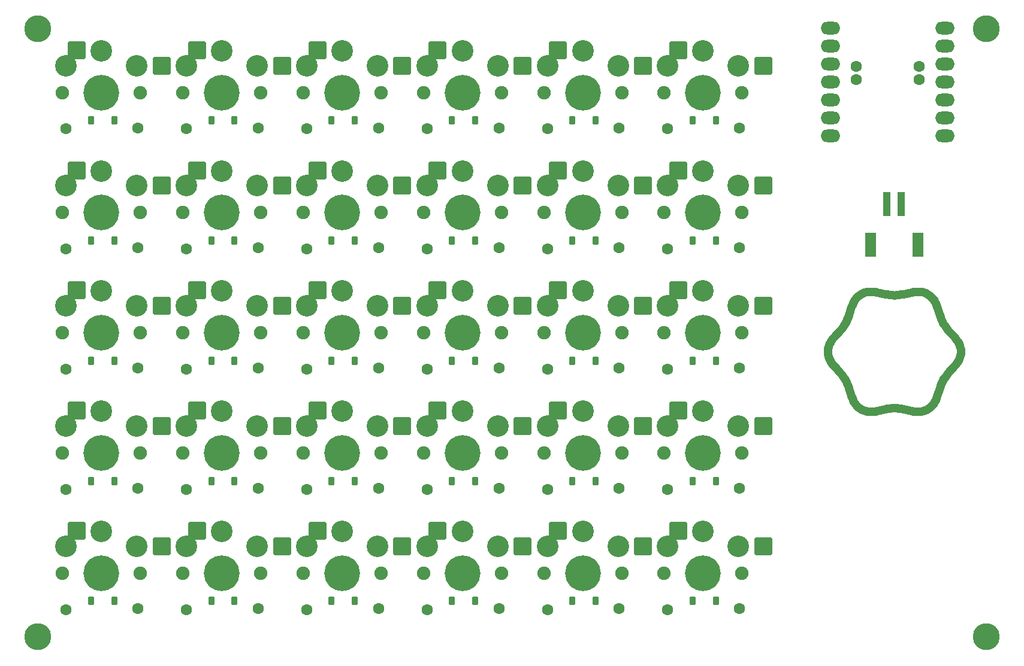
<source format=gbr>
%TF.GenerationSoftware,KiCad,Pcbnew,9.0.7*%
%TF.CreationDate,2026-01-23T21:58:35-06:00*%
%TF.ProjectId,LillyKey,4c696c6c-794b-4657-992e-6b696361645f,rev?*%
%TF.SameCoordinates,Original*%
%TF.FileFunction,Soldermask,Bot*%
%TF.FilePolarity,Negative*%
%FSLAX46Y46*%
G04 Gerber Fmt 4.6, Leading zero omitted, Abs format (unit mm)*
G04 Created by KiCad (PCBNEW 9.0.7) date 2026-01-23 21:58:35*
%MOMM*%
%LPD*%
G01*
G04 APERTURE LIST*
G04 Aperture macros list*
%AMRoundRect*
0 Rectangle with rounded corners*
0 $1 Rounding radius*
0 $2 $3 $4 $5 $6 $7 $8 $9 X,Y pos of 4 corners*
0 Add a 4 corners polygon primitive as box body*
4,1,4,$2,$3,$4,$5,$6,$7,$8,$9,$2,$3,0*
0 Add four circle primitives for the rounded corners*
1,1,$1+$1,$2,$3*
1,1,$1+$1,$4,$5*
1,1,$1+$1,$6,$7*
1,1,$1+$1,$8,$9*
0 Add four rect primitives between the rounded corners*
20,1,$1+$1,$2,$3,$4,$5,0*
20,1,$1+$1,$4,$5,$6,$7,0*
20,1,$1+$1,$6,$7,$8,$9,0*
20,1,$1+$1,$8,$9,$2,$3,0*%
G04 Aperture macros list end*
%ADD10C,1.212309*%
%ADD11C,3.800000*%
%ADD12C,1.600000*%
%ADD13O,2.750000X1.800000*%
%ADD14C,1.900000*%
%ADD15C,3.050000*%
%ADD16C,5.050000*%
%ADD17RoundRect,0.250000X-1.025000X-1.000000X1.025000X-1.000000X1.025000X1.000000X-1.025000X1.000000X0*%
%ADD18R,1.498600X3.403600*%
%ADD19R,0.990600X3.505200*%
%ADD20RoundRect,0.225000X-0.225000X-0.375000X0.225000X-0.375000X0.225000X0.375000X-0.225000X0.375000X0*%
G04 APERTURE END LIST*
D10*
X149471059Y-62189882D02*
X149611398Y-62196720D01*
X149751737Y-62210453D01*
X149892160Y-62231620D01*
X150032755Y-62260760D01*
X150173608Y-62298412D01*
X150314805Y-62345115D01*
X150456432Y-62401408D01*
X150598576Y-62467831D01*
X150741322Y-62544923D01*
X150879459Y-62629999D01*
X151008054Y-62719888D01*
X151127619Y-62814393D01*
X151238664Y-62913322D01*
X151341698Y-63016478D01*
X151437231Y-63123667D01*
X151525774Y-63234693D01*
X151607836Y-63349363D01*
X151754561Y-63588853D01*
X151881485Y-63840578D01*
X151992688Y-64102979D01*
X152092252Y-64374498D01*
X152455726Y-65520576D01*
X152558301Y-65814303D01*
X152673720Y-66107796D01*
X152806064Y-66399496D01*
X152959412Y-66687845D01*
X153044047Y-66828571D01*
X153132456Y-66964823D01*
X153318904Y-67225286D01*
X153515367Y-67471988D01*
X153718455Y-67707685D01*
X154529251Y-68595501D01*
X154714611Y-68817485D01*
X154886255Y-69044991D01*
X154965874Y-69161675D01*
X155040793Y-69280773D01*
X155110588Y-69402628D01*
X155174835Y-69527585D01*
X155233111Y-69655988D01*
X155284992Y-69788182D01*
X155330053Y-69924511D01*
X155367872Y-70065319D01*
X155398024Y-70210950D01*
X155420086Y-70361749D01*
X155433634Y-70518061D01*
X155438245Y-70680229D01*
X155433634Y-70842397D01*
X155420086Y-70998709D01*
X155398024Y-71149508D01*
X155367872Y-71295139D01*
X155330053Y-71435947D01*
X155284992Y-71572276D01*
X155233111Y-71704470D01*
X155174835Y-71832873D01*
X155110588Y-71957830D01*
X155040793Y-72079685D01*
X154965874Y-72198783D01*
X154886255Y-72315467D01*
X154714611Y-72542973D01*
X154529251Y-72764957D01*
X153718455Y-73652773D01*
X153515367Y-73888470D01*
X153318904Y-74135172D01*
X153132456Y-74395635D01*
X153044047Y-74531887D01*
X152959412Y-74672613D01*
X152879857Y-74816271D01*
X152806064Y-74960962D01*
X152673720Y-75252662D01*
X152558301Y-75546155D01*
X152455726Y-75839882D01*
X152092252Y-76985960D01*
X151992688Y-77257479D01*
X151881485Y-77519880D01*
X151820243Y-77647174D01*
X151754561Y-77771605D01*
X151683929Y-77892977D01*
X151607836Y-78011095D01*
X151525774Y-78125765D01*
X151437231Y-78236792D01*
X151341698Y-78343981D01*
X151238664Y-78447137D01*
X151127619Y-78546065D01*
X151008054Y-78640571D01*
X150879459Y-78730460D01*
X150741322Y-78815536D01*
X150598576Y-78892628D01*
X150456432Y-78959051D01*
X150314805Y-79015344D01*
X150173608Y-79062047D01*
X150032755Y-79099699D01*
X149892160Y-79128839D01*
X149751737Y-79150006D01*
X149611398Y-79163740D01*
X149471059Y-79170578D01*
X149330632Y-79171062D01*
X149049169Y-79155118D01*
X148766321Y-79120223D01*
X148481397Y-79070689D01*
X147307128Y-78812427D01*
X147001466Y-78754396D01*
X146689584Y-78707605D01*
X146370793Y-78676368D01*
X146044402Y-78664997D01*
X145718010Y-78676368D01*
X145399218Y-78707605D01*
X145087336Y-78754396D01*
X144781673Y-78812427D01*
X143607404Y-79070688D01*
X143322480Y-79120222D01*
X143039632Y-79155118D01*
X142758170Y-79171061D01*
X142617743Y-79170578D01*
X142477403Y-79163739D01*
X142337065Y-79150006D01*
X142196641Y-79128839D01*
X142056046Y-79099699D01*
X141915194Y-79062047D01*
X141773997Y-79015344D01*
X141632370Y-78959051D01*
X141490226Y-78892628D01*
X141347480Y-78815536D01*
X141209343Y-78730460D01*
X141080747Y-78640571D01*
X140961182Y-78546065D01*
X140850138Y-78447137D01*
X140747104Y-78343981D01*
X140651571Y-78236792D01*
X140563028Y-78125765D01*
X140480965Y-78011095D01*
X140334241Y-77771605D01*
X140207317Y-77519880D01*
X140096113Y-77257479D01*
X139996549Y-76985961D01*
X139633075Y-75839883D01*
X139530500Y-75546155D01*
X139415081Y-75252662D01*
X139282738Y-74960962D01*
X139129390Y-74672613D01*
X139044755Y-74531887D01*
X138956346Y-74395635D01*
X138769898Y-74135172D01*
X138573435Y-73888470D01*
X138370348Y-73652773D01*
X137559552Y-72764957D01*
X137374192Y-72542973D01*
X137202548Y-72315467D01*
X137122928Y-72198783D01*
X137048009Y-72079685D01*
X136978214Y-71957830D01*
X136913967Y-71832873D01*
X136855691Y-71704470D01*
X136803810Y-71572276D01*
X136758749Y-71435947D01*
X136720930Y-71295139D01*
X136690777Y-71149508D01*
X136668715Y-70998709D01*
X136655167Y-70842397D01*
X136650557Y-70680229D01*
X136655167Y-70518061D01*
X136668715Y-70361749D01*
X136690777Y-70210950D01*
X136720930Y-70065319D01*
X136758749Y-69924511D01*
X136803810Y-69788182D01*
X136855691Y-69655988D01*
X136913967Y-69527585D01*
X136978214Y-69402628D01*
X137048009Y-69280773D01*
X137122928Y-69161675D01*
X137202548Y-69044991D01*
X137374192Y-68817485D01*
X137559552Y-68595501D01*
X138370348Y-67707685D01*
X138573435Y-67471988D01*
X138769898Y-67225286D01*
X138956346Y-66964823D01*
X139044755Y-66828571D01*
X139129390Y-66687845D01*
X139208944Y-66544187D01*
X139282738Y-66399496D01*
X139415082Y-66107796D01*
X139530501Y-65814303D01*
X139633076Y-65520576D01*
X139996549Y-64374499D01*
X140096114Y-64102980D01*
X140207317Y-63840579D01*
X140268559Y-63713284D01*
X140334241Y-63588854D01*
X140404873Y-63467482D01*
X140480965Y-63349364D01*
X140563028Y-63234694D01*
X140651571Y-63123667D01*
X140747104Y-63016478D01*
X140850138Y-62913322D01*
X140961182Y-62814394D01*
X141080747Y-62719888D01*
X141209343Y-62629999D01*
X141347480Y-62544923D01*
X141490226Y-62467831D01*
X141632370Y-62401408D01*
X141773997Y-62345115D01*
X141915194Y-62298412D01*
X142056046Y-62260760D01*
X142196641Y-62231620D01*
X142337065Y-62210453D01*
X142477403Y-62196720D01*
X142617743Y-62189882D01*
X142758170Y-62189398D01*
X143039632Y-62205342D01*
X143322480Y-62240237D01*
X143607404Y-62289771D01*
X144781673Y-62548033D01*
X145087336Y-62606064D01*
X145399218Y-62652855D01*
X145718010Y-62684092D01*
X146044402Y-62695463D01*
X146370793Y-62684092D01*
X146689584Y-62652855D01*
X147001466Y-62606064D01*
X147307128Y-62548033D01*
X148481397Y-62289771D01*
X148766321Y-62240237D01*
X149049169Y-62205342D01*
X149330632Y-62189398D01*
X149471059Y-62189882D01*
D11*
%TO.C,REF\u002A\u002A*%
X159000000Y-111000000D03*
%TD*%
D12*
%TO.C,U2*%
X140665000Y-30278000D03*
X149555000Y-30278000D03*
X140665000Y-32183000D03*
X149555000Y-32183000D03*
D13*
X137015040Y-24880000D03*
X137015040Y-27420000D03*
X137015040Y-29960000D03*
X137015040Y-32500000D03*
X137015040Y-35040000D03*
X137015040Y-37580000D03*
X137015040Y-40120000D03*
X153204960Y-40120000D03*
X153204960Y-37580000D03*
X153204960Y-35040000D03*
X153204960Y-32500000D03*
X153204960Y-29960000D03*
X153204960Y-27420000D03*
X153204960Y-24880000D03*
%TD*%
D14*
%TO.C,SW1*%
X28500000Y-34000000D03*
D15*
X29000000Y-30200000D03*
D12*
X29000000Y-39150000D03*
D15*
X34000000Y-28100000D03*
D16*
X34000000Y-34000000D03*
D15*
X39000000Y-30200000D03*
D12*
X39150000Y-39000000D03*
D14*
X39500000Y-34000000D03*
D17*
X30500000Y-28000000D03*
X42500000Y-30200000D03*
%TD*%
D11*
%TO.C,REF\u002A\u002A*%
X159000000Y-25000000D03*
%TD*%
%TO.C,REF\u002A\u002A*%
X25000000Y-25000000D03*
%TD*%
%TO.C,REF\u002A\u002A*%
X25000000Y-111000000D03*
%TD*%
D18*
%TO.C,J1*%
X142649999Y-55560000D03*
X149350001Y-55560000D03*
D19*
X144999999Y-49809999D03*
X147000001Y-49809999D03*
%TD*%
D20*
%TO.C,D27*%
X69800000Y-105950000D03*
X66500000Y-105950000D03*
%TD*%
%TO.C,D18*%
X120800000Y-71950000D03*
X117500000Y-71950000D03*
%TD*%
%TO.C,D7*%
X35800000Y-54950000D03*
X32500000Y-54950000D03*
%TD*%
%TO.C,D9*%
X69800000Y-54950000D03*
X66500000Y-54950000D03*
%TD*%
%TO.C,D10*%
X86800000Y-54950000D03*
X83500000Y-54950000D03*
%TD*%
%TO.C,D15*%
X69800000Y-71950000D03*
X66500000Y-71950000D03*
%TD*%
%TO.C,D22*%
X86800000Y-88950000D03*
X83500000Y-88950000D03*
%TD*%
%TO.C,D14*%
X52800000Y-71950000D03*
X49500000Y-71950000D03*
%TD*%
%TO.C,D16*%
X86800000Y-71950000D03*
X83500000Y-71950000D03*
%TD*%
%TO.C,D5*%
X103800000Y-37950000D03*
X100500000Y-37950000D03*
%TD*%
%TO.C,D13*%
X35800000Y-71950000D03*
X32500000Y-71950000D03*
%TD*%
%TO.C,D8*%
X52800000Y-54950000D03*
X49500000Y-54950000D03*
%TD*%
%TO.C,D29*%
X103800000Y-105950000D03*
X100500000Y-105950000D03*
%TD*%
%TO.C,D2*%
X52800000Y-37950000D03*
X49500000Y-37950000D03*
%TD*%
%TO.C,D4*%
X86800000Y-37950000D03*
X83500000Y-37950000D03*
%TD*%
%TO.C,D26*%
X52800000Y-105950000D03*
X49500000Y-105950000D03*
%TD*%
%TO.C,D3*%
X69800000Y-37950000D03*
X66500000Y-37950000D03*
%TD*%
%TO.C,D28*%
X86800000Y-105950000D03*
X83500000Y-105950000D03*
%TD*%
%TO.C,D6*%
X120800000Y-37950000D03*
X117500000Y-37950000D03*
%TD*%
%TO.C,D23*%
X103800000Y-88950000D03*
X100500000Y-88950000D03*
%TD*%
%TO.C,D12*%
X120800000Y-54950000D03*
X117500000Y-54950000D03*
%TD*%
%TO.C,D24*%
X120800000Y-88950000D03*
X117500000Y-88950000D03*
%TD*%
%TO.C,D30*%
X120800000Y-105950000D03*
X117500000Y-105950000D03*
%TD*%
%TO.C,D20*%
X52800000Y-88950000D03*
X49500000Y-88950000D03*
%TD*%
%TO.C,D11*%
X103800000Y-54950000D03*
X100500000Y-54950000D03*
%TD*%
%TO.C,D1*%
X35800000Y-37950000D03*
X32500000Y-37950000D03*
%TD*%
%TO.C,D17*%
X103800000Y-71950000D03*
X100500000Y-71950000D03*
%TD*%
%TO.C,D19*%
X35800000Y-88950000D03*
X32500000Y-88950000D03*
%TD*%
%TO.C,D21*%
X69800000Y-88950000D03*
X66500000Y-88950000D03*
%TD*%
%TO.C,D25*%
X35800000Y-105950000D03*
X32500000Y-105950000D03*
%TD*%
D14*
%TO.C,SW7*%
X28500000Y-51000000D03*
D15*
X29000000Y-47200000D03*
D12*
X29000000Y-56150000D03*
D15*
X34000000Y-45100000D03*
D16*
X34000000Y-51000000D03*
D15*
X39000000Y-47200000D03*
D12*
X39150000Y-56000000D03*
D14*
X39500000Y-51000000D03*
D17*
X30500000Y-45000000D03*
X42500000Y-47200000D03*
%TD*%
D14*
%TO.C,SW6*%
X113500000Y-34000000D03*
D15*
X114000000Y-30200000D03*
D12*
X114000000Y-39150000D03*
D15*
X119000000Y-28100000D03*
D16*
X119000000Y-34000000D03*
D15*
X124000000Y-30200000D03*
D12*
X124150000Y-39000000D03*
D14*
X124500000Y-34000000D03*
D17*
X115500000Y-28000000D03*
X127500000Y-30200000D03*
%TD*%
D14*
%TO.C,SW19*%
X28500000Y-85000000D03*
D15*
X29000000Y-81200000D03*
D12*
X29000000Y-90150000D03*
D15*
X34000000Y-79100000D03*
D16*
X34000000Y-85000000D03*
D15*
X39000000Y-81200000D03*
D12*
X39150000Y-90000000D03*
D14*
X39500000Y-85000000D03*
D17*
X30500000Y-79000000D03*
X42500000Y-81200000D03*
%TD*%
D14*
%TO.C,SW10*%
X79500000Y-51000000D03*
D15*
X80000000Y-47200000D03*
D12*
X80000000Y-56150000D03*
D15*
X85000000Y-45100000D03*
D16*
X85000000Y-51000000D03*
D15*
X90000000Y-47200000D03*
D12*
X90150000Y-56000000D03*
D14*
X90500000Y-51000000D03*
D17*
X81500000Y-45000000D03*
X93500000Y-47200000D03*
%TD*%
D14*
%TO.C,SW25*%
X28500000Y-102000000D03*
D15*
X29000000Y-98200000D03*
D12*
X29000000Y-107150000D03*
D15*
X34000000Y-96100000D03*
D16*
X34000000Y-102000000D03*
D15*
X39000000Y-98200000D03*
D12*
X39150000Y-107000000D03*
D14*
X39500000Y-102000000D03*
D17*
X30500000Y-96000000D03*
X42500000Y-98200000D03*
%TD*%
D14*
%TO.C,SW16*%
X79500000Y-68000000D03*
D15*
X80000000Y-64200000D03*
D12*
X80000000Y-73150000D03*
D15*
X85000000Y-62100000D03*
D16*
X85000000Y-68000000D03*
D15*
X90000000Y-64200000D03*
D12*
X90150000Y-73000000D03*
D14*
X90500000Y-68000000D03*
D17*
X81500000Y-62000000D03*
X93500000Y-64200000D03*
%TD*%
D14*
%TO.C,SW18*%
X113500000Y-68000000D03*
D15*
X114000000Y-64200000D03*
D12*
X114000000Y-73150000D03*
D15*
X119000000Y-62100000D03*
D16*
X119000000Y-68000000D03*
D15*
X124000000Y-64200000D03*
D12*
X124150000Y-73000000D03*
D14*
X124500000Y-68000000D03*
D17*
X115500000Y-62000000D03*
X127500000Y-64200000D03*
%TD*%
D14*
%TO.C,SW27*%
X62500000Y-102000000D03*
D15*
X63000000Y-98200000D03*
D12*
X63000000Y-107150000D03*
D15*
X68000000Y-96100000D03*
D16*
X68000000Y-102000000D03*
D15*
X73000000Y-98200000D03*
D12*
X73150000Y-107000000D03*
D14*
X73500000Y-102000000D03*
D17*
X64500000Y-96000000D03*
X76500000Y-98200000D03*
%TD*%
D14*
%TO.C,SW2*%
X45500000Y-34000000D03*
D15*
X46000000Y-30200000D03*
D12*
X46000000Y-39150000D03*
D15*
X51000000Y-28100000D03*
D16*
X51000000Y-34000000D03*
D15*
X56000000Y-30200000D03*
D12*
X56150000Y-39000000D03*
D14*
X56500000Y-34000000D03*
D17*
X47500000Y-28000000D03*
X59500000Y-30200000D03*
%TD*%
D14*
%TO.C,SW24*%
X113500000Y-85000000D03*
D15*
X114000000Y-81200000D03*
D12*
X114000000Y-90150000D03*
D15*
X119000000Y-79100000D03*
D16*
X119000000Y-85000000D03*
D15*
X124000000Y-81200000D03*
D12*
X124150000Y-90000000D03*
D14*
X124500000Y-85000000D03*
D17*
X115500000Y-79000000D03*
X127500000Y-81200000D03*
%TD*%
D14*
%TO.C,SW29*%
X96500000Y-102000000D03*
D15*
X97000000Y-98200000D03*
D12*
X97000000Y-107150000D03*
D15*
X102000000Y-96100000D03*
D16*
X102000000Y-102000000D03*
D15*
X107000000Y-98200000D03*
D12*
X107150000Y-107000000D03*
D14*
X107500000Y-102000000D03*
D17*
X98500000Y-96000000D03*
X110500000Y-98200000D03*
%TD*%
D14*
%TO.C,SW5*%
X96500000Y-34000000D03*
D15*
X97000000Y-30200000D03*
D12*
X97000000Y-39150000D03*
D15*
X102000000Y-28100000D03*
D16*
X102000000Y-34000000D03*
D15*
X107000000Y-30200000D03*
D12*
X107150000Y-39000000D03*
D14*
X107500000Y-34000000D03*
D17*
X98500000Y-28000000D03*
X110500000Y-30200000D03*
%TD*%
D14*
%TO.C,SW8*%
X45500000Y-51000000D03*
D15*
X46000000Y-47200000D03*
D12*
X46000000Y-56150000D03*
D15*
X51000000Y-45100000D03*
D16*
X51000000Y-51000000D03*
D15*
X56000000Y-47200000D03*
D12*
X56150000Y-56000000D03*
D14*
X56500000Y-51000000D03*
D17*
X47500000Y-45000000D03*
X59500000Y-47200000D03*
%TD*%
D14*
%TO.C,SW23*%
X96500000Y-85000000D03*
D15*
X97000000Y-81200000D03*
D12*
X97000000Y-90150000D03*
D15*
X102000000Y-79100000D03*
D16*
X102000000Y-85000000D03*
D15*
X107000000Y-81200000D03*
D12*
X107150000Y-90000000D03*
D14*
X107500000Y-85000000D03*
D17*
X98500000Y-79000000D03*
X110500000Y-81200000D03*
%TD*%
D14*
%TO.C,SW13*%
X28500000Y-68000000D03*
D15*
X29000000Y-64200000D03*
D12*
X29000000Y-73150000D03*
D15*
X34000000Y-62100000D03*
D16*
X34000000Y-68000000D03*
D15*
X39000000Y-64200000D03*
D12*
X39150000Y-73000000D03*
D14*
X39500000Y-68000000D03*
D17*
X30500000Y-62000000D03*
X42500000Y-64200000D03*
%TD*%
D14*
%TO.C,SW9*%
X62500000Y-51000000D03*
D15*
X63000000Y-47200000D03*
D12*
X63000000Y-56150000D03*
D15*
X68000000Y-45100000D03*
D16*
X68000000Y-51000000D03*
D15*
X73000000Y-47200000D03*
D12*
X73150000Y-56000000D03*
D14*
X73500000Y-51000000D03*
D17*
X64500000Y-45000000D03*
X76500000Y-47200000D03*
%TD*%
D14*
%TO.C,SW21*%
X62500000Y-85000000D03*
D15*
X63000000Y-81200000D03*
D12*
X63000000Y-90150000D03*
D15*
X68000000Y-79100000D03*
D16*
X68000000Y-85000000D03*
D15*
X73000000Y-81200000D03*
D12*
X73150000Y-90000000D03*
D14*
X73500000Y-85000000D03*
D17*
X64500000Y-79000000D03*
X76500000Y-81200000D03*
%TD*%
D14*
%TO.C,SW30*%
X113500000Y-102000000D03*
D15*
X114000000Y-98200000D03*
D12*
X114000000Y-107150000D03*
D15*
X119000000Y-96100000D03*
D16*
X119000000Y-102000000D03*
D15*
X124000000Y-98200000D03*
D12*
X124150000Y-107000000D03*
D14*
X124500000Y-102000000D03*
D17*
X115500000Y-96000000D03*
X127500000Y-98200000D03*
%TD*%
D14*
%TO.C,SW3*%
X62500000Y-34000000D03*
D15*
X63000000Y-30200000D03*
D12*
X63000000Y-39150000D03*
D15*
X68000000Y-28100000D03*
D16*
X68000000Y-34000000D03*
D15*
X73000000Y-30200000D03*
D12*
X73150000Y-39000000D03*
D14*
X73500000Y-34000000D03*
D17*
X64500000Y-28000000D03*
X76500000Y-30200000D03*
%TD*%
D14*
%TO.C,SW4*%
X79500000Y-34000000D03*
D15*
X80000000Y-30200000D03*
D12*
X80000000Y-39150000D03*
D15*
X85000000Y-28100000D03*
D16*
X85000000Y-34000000D03*
D15*
X90000000Y-30200000D03*
D12*
X90150000Y-39000000D03*
D14*
X90500000Y-34000000D03*
D17*
X81500000Y-28000000D03*
X93500000Y-30200000D03*
%TD*%
D14*
%TO.C,SW22*%
X79500000Y-85000000D03*
D15*
X80000000Y-81200000D03*
D12*
X80000000Y-90150000D03*
D15*
X85000000Y-79100000D03*
D16*
X85000000Y-85000000D03*
D15*
X90000000Y-81200000D03*
D12*
X90150000Y-90000000D03*
D14*
X90500000Y-85000000D03*
D17*
X81500000Y-79000000D03*
X93500000Y-81200000D03*
%TD*%
D14*
%TO.C,SW11*%
X96500000Y-51000000D03*
D15*
X97000000Y-47200000D03*
D12*
X97000000Y-56150000D03*
D15*
X102000000Y-45100000D03*
D16*
X102000000Y-51000000D03*
D15*
X107000000Y-47200000D03*
D12*
X107150000Y-56000000D03*
D14*
X107500000Y-51000000D03*
D17*
X98500000Y-45000000D03*
X110500000Y-47200000D03*
%TD*%
D14*
%TO.C,SW28*%
X79500000Y-102000000D03*
D15*
X80000000Y-98200000D03*
D12*
X80000000Y-107150000D03*
D15*
X85000000Y-96100000D03*
D16*
X85000000Y-102000000D03*
D15*
X90000000Y-98200000D03*
D12*
X90150000Y-107000000D03*
D14*
X90500000Y-102000000D03*
D17*
X81500000Y-96000000D03*
X93500000Y-98200000D03*
%TD*%
D14*
%TO.C,SW12*%
X113500000Y-51000000D03*
D15*
X114000000Y-47200000D03*
D12*
X114000000Y-56150000D03*
D15*
X119000000Y-45100000D03*
D16*
X119000000Y-51000000D03*
D15*
X124000000Y-47200000D03*
D12*
X124150000Y-56000000D03*
D14*
X124500000Y-51000000D03*
D17*
X115500000Y-45000000D03*
X127500000Y-47200000D03*
%TD*%
D14*
%TO.C,SW17*%
X96500000Y-68000000D03*
D15*
X97000000Y-64200000D03*
D12*
X97000000Y-73150000D03*
D15*
X102000000Y-62100000D03*
D16*
X102000000Y-68000000D03*
D15*
X107000000Y-64200000D03*
D12*
X107150000Y-73000000D03*
D14*
X107500000Y-68000000D03*
D17*
X98500000Y-62000000D03*
X110500000Y-64200000D03*
%TD*%
D14*
%TO.C,SW14*%
X45500000Y-68000000D03*
D15*
X46000000Y-64200000D03*
D12*
X46000000Y-73150000D03*
D15*
X51000000Y-62100000D03*
D16*
X51000000Y-68000000D03*
D15*
X56000000Y-64200000D03*
D12*
X56150000Y-73000000D03*
D14*
X56500000Y-68000000D03*
D17*
X47500000Y-62000000D03*
X59500000Y-64200000D03*
%TD*%
D14*
%TO.C,SW20*%
X45500000Y-85000000D03*
D15*
X46000000Y-81200000D03*
D12*
X46000000Y-90150000D03*
D15*
X51000000Y-79100000D03*
D16*
X51000000Y-85000000D03*
D15*
X56000000Y-81200000D03*
D12*
X56150000Y-90000000D03*
D14*
X56500000Y-85000000D03*
D17*
X47500000Y-79000000D03*
X59500000Y-81200000D03*
%TD*%
D14*
%TO.C,SW26*%
X45500000Y-102000000D03*
D15*
X46000000Y-98200000D03*
D12*
X46000000Y-107150000D03*
D15*
X51000000Y-96100000D03*
D16*
X51000000Y-102000000D03*
D15*
X56000000Y-98200000D03*
D12*
X56150000Y-107000000D03*
D14*
X56500000Y-102000000D03*
D17*
X47500000Y-96000000D03*
X59500000Y-98200000D03*
%TD*%
D14*
%TO.C,SW15*%
X62500000Y-68000000D03*
D15*
X63000000Y-64200000D03*
D12*
X63000000Y-73150000D03*
D15*
X68000000Y-62100000D03*
D16*
X68000000Y-68000000D03*
D15*
X73000000Y-64200000D03*
D12*
X73150000Y-73000000D03*
D14*
X73500000Y-68000000D03*
D17*
X64500000Y-62000000D03*
X76500000Y-64200000D03*
%TD*%
M02*

</source>
